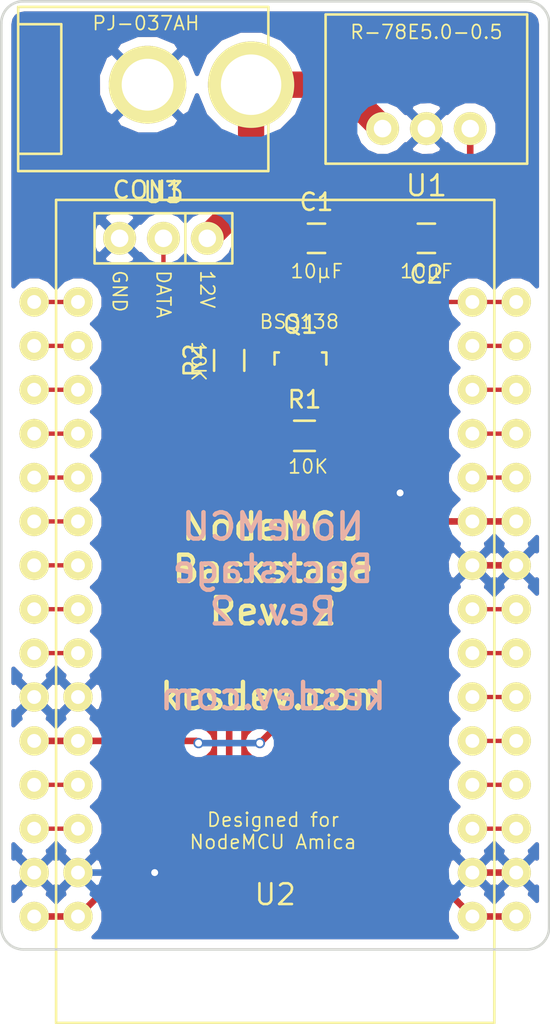
<source format=kicad_pcb>
(kicad_pcb (version 4) (host pcbnew 4.0.1-stable)

  (general
    (links 52)
    (no_connects 0)
    (area 34.976999 28.935 66.877001 90.127501)
    (thickness 1.6)
    (drawings 22)
    (tracks 80)
    (zones 0)
    (modules 9)
    (nets 28)
  )

  (page A4)
  (layers
    (0 F.Cu signal)
    (31 B.Cu signal)
    (32 B.Adhes user)
    (33 F.Adhes user)
    (34 B.Paste user)
    (35 F.Paste user)
    (36 B.SilkS user)
    (37 F.SilkS user)
    (38 B.Mask user)
    (39 F.Mask user)
    (40 Dwgs.User user)
    (41 Cmts.User user)
    (42 Eco1.User user)
    (43 Eco2.User user)
    (44 Edge.Cuts user)
    (45 Margin user)
    (46 B.CrtYd user)
    (47 F.CrtYd user)
    (48 B.Fab user)
    (49 F.Fab user hide)
  )

  (setup
    (last_trace_width 0.25)
    (trace_clearance 0.2)
    (zone_clearance 0.508)
    (zone_45_only no)
    (trace_min 0.2)
    (segment_width 0.2)
    (edge_width 0.15)
    (via_size 0.6)
    (via_drill 0.4)
    (via_min_size 0.4)
    (via_min_drill 0.3)
    (uvia_size 0.3)
    (uvia_drill 0.1)
    (uvias_allowed no)
    (uvia_min_size 0.2)
    (uvia_min_drill 0.1)
    (pcb_text_width 0.3)
    (pcb_text_size 1.5 1.5)
    (mod_edge_width 0.15)
    (mod_text_size 1 1)
    (mod_text_width 0.15)
    (pad_size 1.524 1.524)
    (pad_drill 0.762)
    (pad_to_mask_clearance 0)
    (pad_to_paste_clearance -0.003)
    (aux_axis_origin 0 0)
    (visible_elements FFFCFF7F)
    (pcbplotparams
      (layerselection 0x010f0_80000001)
      (usegerberextensions true)
      (excludeedgelayer true)
      (linewidth 0.100000)
      (plotframeref false)
      (viasonmask false)
      (mode 1)
      (useauxorigin false)
      (hpglpennumber 1)
      (hpglpenspeed 20)
      (hpglpendiameter 15)
      (hpglpenoverlay 2)
      (psnegative false)
      (psa4output false)
      (plotreference false)
      (plotvalue false)
      (plotinvisibletext false)
      (padsonsilk false)
      (subtractmaskfromsilk false)
      (outputformat 1)
      (mirror false)
      (drillshape 0)
      (scaleselection 1)
      (outputdirectory Outputs/))
  )

  (net 0 "")
  (net 1 GND)
  (net 2 +12V)
  (net 3 +3V3)
  (net 4 "Net-(Q1-Pad2)")
  (net 5 D0_5V)
  (net 6 +5V)
  (net 7 "Net-(U2-Pad1)")
  (net 8 "Net-(U2-Pad29)")
  (net 9 "Net-(U2-Pad2)")
  (net 10 "Net-(U2-Pad28)")
  (net 11 "Net-(U2-Pad3)")
  (net 12 "Net-(U2-Pad27)")
  (net 13 "Net-(U2-Pad4)")
  (net 14 "Net-(U2-Pad26)")
  (net 15 "Net-(U2-Pad5)")
  (net 16 "Net-(U2-Pad6)")
  (net 17 "Net-(U2-Pad7)")
  (net 18 "Net-(U2-Pad23)")
  (net 19 "Net-(U2-Pad8)")
  (net 20 "Net-(U2-Pad22)")
  (net 21 "Net-(U2-Pad9)")
  (net 22 "Net-(U2-Pad21)")
  (net 23 "Net-(U2-Pad20)")
  (net 24 "Net-(U2-Pad19)")
  (net 25 "Net-(U2-Pad12)")
  (net 26 "Net-(U2-Pad18)")
  (net 27 "Net-(U2-Pad13)")

  (net_class Default "This is the default net class."
    (clearance 0.2)
    (trace_width 0.25)
    (via_dia 0.6)
    (via_drill 0.4)
    (uvia_dia 0.3)
    (uvia_drill 0.1)
    (add_net D0_5V)
    (add_net "Net-(Q1-Pad2)")
    (add_net "Net-(U2-Pad1)")
    (add_net "Net-(U2-Pad12)")
    (add_net "Net-(U2-Pad13)")
    (add_net "Net-(U2-Pad18)")
    (add_net "Net-(U2-Pad19)")
    (add_net "Net-(U2-Pad2)")
    (add_net "Net-(U2-Pad20)")
    (add_net "Net-(U2-Pad21)")
    (add_net "Net-(U2-Pad22)")
    (add_net "Net-(U2-Pad23)")
    (add_net "Net-(U2-Pad26)")
    (add_net "Net-(U2-Pad27)")
    (add_net "Net-(U2-Pad28)")
    (add_net "Net-(U2-Pad29)")
    (add_net "Net-(U2-Pad3)")
    (add_net "Net-(U2-Pad4)")
    (add_net "Net-(U2-Pad5)")
    (add_net "Net-(U2-Pad6)")
    (add_net "Net-(U2-Pad7)")
    (add_net "Net-(U2-Pad8)")
    (add_net "Net-(U2-Pad9)")
  )

  (net_class Hi-V ""
    (clearance 0.2)
    (trace_width 1.524)
    (via_dia 0.6)
    (via_drill 0.4)
    (uvia_dia 0.3)
    (uvia_drill 0.1)
    (add_net +12V)
  )

  (net_class Power ""
    (clearance 0.2)
    (trace_width 0.381)
    (via_dia 0.6)
    (via_drill 0.4)
    (uvia_dia 0.3)
    (uvia_drill 0.1)
    (add_net +3V3)
    (add_net +5V)
    (add_net GND)
  )

  (module mplewis:NODEMCU_AMICA_WIDE (layer F.Cu) (tedit 568216CA) (tstamp 5682375B)
    (at 50.8 66.04)
    (path /5681EEDE)
    (fp_text reference U2 (at 0.127 16.383 180) (layer F.SilkS)
      (effects (font (size 1.2 1.2) (thickness 0.15)))
    )
    (fp_text value NODEMCU_AMICA (at 0.127 -16.637) (layer F.Fab)
      (effects (font (size 1.2 1.2) (thickness 0.15)))
    )
    (fp_line (start -12.573 23.8125) (end -12.573 -23.8125) (layer F.SilkS) (width 0.15))
    (fp_line (start 12.827 23.8125) (end -12.573 23.8125) (layer F.SilkS) (width 0.15))
    (fp_line (start 12.827 23.8125) (end 12.827 -23.8125) (layer F.SilkS) (width 0.15))
    (fp_line (start 12.827 -23.8125) (end -12.573 -23.8125) (layer F.SilkS) (width 0.15))
    (pad 30 thru_hole circle (at 11.557 -17.907 270) (size 1.7 1.7) (drill 0.8) (layers *.Cu *.Mask F.SilkS)
      (net 4 "Net-(Q1-Pad2)"))
    (pad 1 thru_hole circle (at -11.303 -17.907 270) (size 1.7 1.7) (drill 0.8) (layers *.Cu *.Mask F.SilkS)
      (net 7 "Net-(U2-Pad1)"))
    (pad 29 thru_hole circle (at 11.557 -15.367 270) (size 1.7 1.7) (drill 0.8) (layers *.Cu *.Mask F.SilkS)
      (net 8 "Net-(U2-Pad29)"))
    (pad 2 thru_hole circle (at -11.303 -15.367 270) (size 1.7 1.7) (drill 0.8) (layers *.Cu *.Mask F.SilkS)
      (net 9 "Net-(U2-Pad2)"))
    (pad 28 thru_hole circle (at 11.557 -12.827 270) (size 1.7 1.7) (drill 0.8) (layers *.Cu *.Mask F.SilkS)
      (net 10 "Net-(U2-Pad28)"))
    (pad 3 thru_hole circle (at -11.303 -12.827 270) (size 1.7 1.7) (drill 0.8) (layers *.Cu *.Mask F.SilkS)
      (net 11 "Net-(U2-Pad3)"))
    (pad 27 thru_hole circle (at 11.557 -10.287 270) (size 1.7 1.7) (drill 0.8) (layers *.Cu *.Mask F.SilkS)
      (net 12 "Net-(U2-Pad27)"))
    (pad 4 thru_hole circle (at -11.303 -10.287 270) (size 1.7 1.7) (drill 0.8) (layers *.Cu *.Mask F.SilkS)
      (net 13 "Net-(U2-Pad4)"))
    (pad 26 thru_hole circle (at 11.557 -7.747 270) (size 1.7 1.7) (drill 0.8) (layers *.Cu *.Mask F.SilkS)
      (net 14 "Net-(U2-Pad26)"))
    (pad 5 thru_hole circle (at -11.303 -7.747 270) (size 1.7 1.7) (drill 0.8) (layers *.Cu *.Mask F.SilkS)
      (net 15 "Net-(U2-Pad5)"))
    (pad 25 thru_hole circle (at 11.557 -5.207 270) (size 1.7 1.7) (drill 0.8) (layers *.Cu *.Mask F.SilkS)
      (net 3 +3V3))
    (pad 6 thru_hole circle (at -11.303 -5.207 270) (size 1.7 1.7) (drill 0.8) (layers *.Cu *.Mask F.SilkS)
      (net 16 "Net-(U2-Pad6)"))
    (pad 24 thru_hole circle (at 11.557 -2.667 270) (size 1.7 1.7) (drill 0.8) (layers *.Cu *.Mask F.SilkS)
      (net 1 GND))
    (pad 7 thru_hole circle (at -11.303 -2.667 270) (size 1.7 1.7) (drill 0.8) (layers *.Cu *.Mask F.SilkS)
      (net 17 "Net-(U2-Pad7)"))
    (pad 23 thru_hole circle (at 11.557 -0.127 270) (size 1.7 1.7) (drill 0.8) (layers *.Cu *.Mask F.SilkS)
      (net 18 "Net-(U2-Pad23)"))
    (pad 8 thru_hole circle (at -11.303 -0.127 270) (size 1.7 1.7) (drill 0.8) (layers *.Cu *.Mask F.SilkS)
      (net 19 "Net-(U2-Pad8)"))
    (pad 22 thru_hole circle (at 11.557 2.413 270) (size 1.7 1.7) (drill 0.8) (layers *.Cu *.Mask F.SilkS)
      (net 20 "Net-(U2-Pad22)"))
    (pad 9 thru_hole circle (at -11.303 2.413 270) (size 1.7 1.7) (drill 0.8) (layers *.Cu *.Mask F.SilkS)
      (net 21 "Net-(U2-Pad9)"))
    (pad 21 thru_hole circle (at 11.557 4.953 270) (size 1.7 1.7) (drill 0.8) (layers *.Cu *.Mask F.SilkS)
      (net 22 "Net-(U2-Pad21)"))
    (pad 10 thru_hole circle (at -11.303 4.953 270) (size 1.7 1.7) (drill 0.8) (layers *.Cu *.Mask F.SilkS)
      (net 1 GND))
    (pad 20 thru_hole circle (at 11.557 7.493 270) (size 1.7 1.7) (drill 0.8) (layers *.Cu *.Mask F.SilkS)
      (net 23 "Net-(U2-Pad20)"))
    (pad 11 thru_hole circle (at -11.303 7.493 270) (size 1.7 1.7) (drill 0.8) (layers *.Cu *.Mask F.SilkS)
      (net 3 +3V3))
    (pad 19 thru_hole circle (at 11.557 10.033 270) (size 1.7 1.7) (drill 0.8) (layers *.Cu *.Mask F.SilkS)
      (net 24 "Net-(U2-Pad19)"))
    (pad 12 thru_hole circle (at -11.303 10.033 270) (size 1.7 1.7) (drill 0.8) (layers *.Cu *.Mask F.SilkS)
      (net 25 "Net-(U2-Pad12)"))
    (pad 18 thru_hole circle (at 11.557 12.573 270) (size 1.7 1.7) (drill 0.8) (layers *.Cu *.Mask F.SilkS)
      (net 26 "Net-(U2-Pad18)"))
    (pad 13 thru_hole circle (at -11.303 12.573 270) (size 1.7 1.7) (drill 0.8) (layers *.Cu *.Mask F.SilkS)
      (net 27 "Net-(U2-Pad13)"))
    (pad 17 thru_hole circle (at 11.557 15.113 270) (size 1.7 1.7) (drill 0.8) (layers *.Cu *.Mask F.SilkS)
      (net 1 GND))
    (pad 14 thru_hole circle (at -11.303 15.113 270) (size 1.7 1.7) (drill 0.8) (layers *.Cu *.Mask F.SilkS)
      (net 1 GND))
    (pad 16 thru_hole circle (at 11.557 17.653 270) (size 1.7 1.7) (drill 0.8) (layers *.Cu *.Mask F.SilkS)
      (net 3 +3V3))
    (pad 15 thru_hole circle (at -11.303 17.653 270) (size 1.7 1.7) (drill 0.8) (layers *.Cu *.Mask F.SilkS)
      (net 6 +5V))
    (pad 9 thru_hole circle (at -13.843 2.413 270) (size 1.7 1.7) (drill 0.8) (layers *.Cu *.Mask F.SilkS)
      (net 21 "Net-(U2-Pad9)"))
    (pad 10 thru_hole circle (at -13.843 4.953 270) (size 1.7 1.7) (drill 0.8) (layers *.Cu *.Mask F.SilkS)
      (net 1 GND))
    (pad 13 thru_hole circle (at -13.843 12.573 270) (size 1.7 1.7) (drill 0.8) (layers *.Cu *.Mask F.SilkS)
      (net 27 "Net-(U2-Pad13)"))
    (pad 11 thru_hole circle (at -13.843 7.493 270) (size 1.7 1.7) (drill 0.8) (layers *.Cu *.Mask F.SilkS)
      (net 3 +3V3))
    (pad 12 thru_hole circle (at -13.843 10.033 270) (size 1.7 1.7) (drill 0.8) (layers *.Cu *.Mask F.SilkS)
      (net 25 "Net-(U2-Pad12)"))
    (pad 6 thru_hole circle (at -13.843 -5.207 270) (size 1.7 1.7) (drill 0.8) (layers *.Cu *.Mask F.SilkS)
      (net 16 "Net-(U2-Pad6)"))
    (pad 8 thru_hole circle (at -13.843 -0.127 270) (size 1.7 1.7) (drill 0.8) (layers *.Cu *.Mask F.SilkS)
      (net 19 "Net-(U2-Pad8)"))
    (pad 7 thru_hole circle (at -13.843 -2.667 270) (size 1.7 1.7) (drill 0.8) (layers *.Cu *.Mask F.SilkS)
      (net 17 "Net-(U2-Pad7)"))
    (pad 14 thru_hole circle (at -13.843 15.113 270) (size 1.7 1.7) (drill 0.8) (layers *.Cu *.Mask F.SilkS)
      (net 1 GND))
    (pad 15 thru_hole circle (at -13.843 17.653 270) (size 1.7 1.7) (drill 0.8) (layers *.Cu *.Mask F.SilkS)
      (net 6 +5V))
    (pad 2 thru_hole circle (at -13.843 -15.367 270) (size 1.7 1.7) (drill 0.8) (layers *.Cu *.Mask F.SilkS)
      (net 9 "Net-(U2-Pad2)"))
    (pad 5 thru_hole circle (at -13.843 -7.747 270) (size 1.7 1.7) (drill 0.8) (layers *.Cu *.Mask F.SilkS)
      (net 15 "Net-(U2-Pad5)"))
    (pad 3 thru_hole circle (at -13.843 -12.827 270) (size 1.7 1.7) (drill 0.8) (layers *.Cu *.Mask F.SilkS)
      (net 11 "Net-(U2-Pad3)"))
    (pad 4 thru_hole circle (at -13.843 -10.287 270) (size 1.7 1.7) (drill 0.8) (layers *.Cu *.Mask F.SilkS)
      (net 13 "Net-(U2-Pad4)"))
    (pad 1 thru_hole circle (at -13.843 -17.907 270) (size 1.7 1.7) (drill 0.8) (layers *.Cu *.Mask F.SilkS)
      (net 7 "Net-(U2-Pad1)"))
    (pad 21 thru_hole circle (at 14.097 4.953 270) (size 1.7 1.7) (drill 0.8) (layers *.Cu *.Mask F.SilkS)
      (net 22 "Net-(U2-Pad21)"))
    (pad 22 thru_hole circle (at 14.097 2.413 270) (size 1.7 1.7) (drill 0.8) (layers *.Cu *.Mask F.SilkS)
      (net 20 "Net-(U2-Pad22)"))
    (pad 23 thru_hole circle (at 14.097 -0.127 270) (size 1.7 1.7) (drill 0.8) (layers *.Cu *.Mask F.SilkS)
      (net 18 "Net-(U2-Pad23)"))
    (pad 24 thru_hole circle (at 14.097 -2.667 270) (size 1.7 1.7) (drill 0.8) (layers *.Cu *.Mask F.SilkS)
      (net 1 GND))
    (pad 18 thru_hole circle (at 14.097 12.573 270) (size 1.7 1.7) (drill 0.8) (layers *.Cu *.Mask F.SilkS)
      (net 26 "Net-(U2-Pad18)"))
    (pad 20 thru_hole circle (at 14.097 7.493 270) (size 1.7 1.7) (drill 0.8) (layers *.Cu *.Mask F.SilkS)
      (net 23 "Net-(U2-Pad20)"))
    (pad 17 thru_hole circle (at 14.097 15.113 270) (size 1.7 1.7) (drill 0.8) (layers *.Cu *.Mask F.SilkS)
      (net 1 GND))
    (pad 19 thru_hole circle (at 14.097 10.033 270) (size 1.7 1.7) (drill 0.8) (layers *.Cu *.Mask F.SilkS)
      (net 24 "Net-(U2-Pad19)"))
    (pad 16 thru_hole circle (at 14.097 17.653 270) (size 1.7 1.7) (drill 0.8) (layers *.Cu *.Mask F.SilkS)
      (net 3 +3V3))
    (pad 28 thru_hole circle (at 14.097 -12.827 270) (size 1.7 1.7) (drill 0.8) (layers *.Cu *.Mask F.SilkS)
      (net 10 "Net-(U2-Pad28)"))
    (pad 27 thru_hole circle (at 14.097 -10.287 270) (size 1.7 1.7) (drill 0.8) (layers *.Cu *.Mask F.SilkS)
      (net 12 "Net-(U2-Pad27)"))
    (pad 26 thru_hole circle (at 14.097 -7.747 270) (size 1.7 1.7) (drill 0.8) (layers *.Cu *.Mask F.SilkS)
      (net 14 "Net-(U2-Pad26)"))
    (pad 25 thru_hole circle (at 14.097 -5.207 270) (size 1.7 1.7) (drill 0.8) (layers *.Cu *.Mask F.SilkS)
      (net 3 +3V3))
    (pad 29 thru_hole circle (at 14.097 -15.367 270) (size 1.7 1.7) (drill 0.8) (layers *.Cu *.Mask F.SilkS)
      (net 8 "Net-(U2-Pad29)"))
    (pad 30 thru_hole circle (at 14.097 -17.907 270) (size 1.7 1.7) (drill 0.8) (layers *.Cu *.Mask F.SilkS)
      (net 4 "Net-(Q1-Pad2)"))
  )

  (module SOT-23 (layer F.Cu) (tedit 553634F8) (tstamp 568227C8)
    (at 52.39 51.70424)
    (descr "SOT-23, Standard")
    (tags SOT-23)
    (path /5682179E)
    (attr smd)
    (fp_text reference Q1 (at 0 -2.25) (layer F.SilkS)
      (effects (font (size 1 1) (thickness 0.15)))
    )
    (fp_text value BSS138 (at 0 2.3) (layer F.Fab)
      (effects (font (size 1 1) (thickness 0.15)))
    )
    (fp_line (start -1.65 -1.6) (end 1.65 -1.6) (layer F.CrtYd) (width 0.05))
    (fp_line (start 1.65 -1.6) (end 1.65 1.6) (layer F.CrtYd) (width 0.05))
    (fp_line (start 1.65 1.6) (end -1.65 1.6) (layer F.CrtYd) (width 0.05))
    (fp_line (start -1.65 1.6) (end -1.65 -1.6) (layer F.CrtYd) (width 0.05))
    (fp_line (start 1.29916 -0.65024) (end 1.2509 -0.65024) (layer F.SilkS) (width 0.15))
    (fp_line (start -1.49982 0.0508) (end -1.49982 -0.65024) (layer F.SilkS) (width 0.15))
    (fp_line (start -1.49982 -0.65024) (end -1.2509 -0.65024) (layer F.SilkS) (width 0.15))
    (fp_line (start 1.29916 -0.65024) (end 1.49982 -0.65024) (layer F.SilkS) (width 0.15))
    (fp_line (start 1.49982 -0.65024) (end 1.49982 0.0508) (layer F.SilkS) (width 0.15))
    (pad 1 smd rect (at -0.95 1.00076) (size 0.8001 0.8001) (layers F.Cu F.Paste F.Mask)
      (net 3 +3V3))
    (pad 2 smd rect (at 0.95 1.00076) (size 0.8001 0.8001) (layers F.Cu F.Paste F.Mask)
      (net 4 "Net-(Q1-Pad2)"))
    (pad 3 smd rect (at 0 -0.99822) (size 0.8001 0.8001) (layers F.Cu F.Paste F.Mask)
      (net 5 D0_5V))
    (model TO_SOT_Packages_SMD.3dshapes/SOT-23.wrl
      (at (xyz 0 0 0))
      (scale (xyz 1 1 1))
      (rotate (xyz 0 0 0))
    )
  )

  (module mplewis:R-78E5.0-0.5 (layer F.Cu) (tedit 568207B9) (tstamp 568227EB)
    (at 59.69 40.132)
    (path /56821530)
    (fp_text reference U1 (at 0 1.27) (layer F.SilkS)
      (effects (font (size 1.2 1.2) (thickness 0.15)))
    )
    (fp_text value R-78E5.0-0.5 (at 0 -9.652) (layer F.Fab)
      (effects (font (size 1.2 1.2) (thickness 0.15)))
    )
    (fp_line (start 5.842 0) (end -5.842 0) (layer F.SilkS) (width 0.15))
    (fp_line (start 5.842 -8.636) (end 5.842 0) (layer F.SilkS) (width 0.15))
    (fp_line (start -5.842 -8.636) (end 5.842 -8.636) (layer F.SilkS) (width 0.15))
    (fp_line (start -5.842 0) (end -5.842 -8.636) (layer F.SilkS) (width 0.15))
    (pad 1 thru_hole circle (at -2.54 -2.032) (size 1.905 1.905) (drill 1.016) (layers *.Cu *.Mask F.SilkS)
      (net 2 +12V))
    (pad 2 thru_hole circle (at 0 -2.032) (size 1.905 1.905) (drill 1.016) (layers *.Cu *.Mask F.SilkS)
      (net 1 GND))
    (pad 3 thru_hole circle (at 2.54 -2.032) (size 1.905 1.905) (drill 1.016) (layers *.Cu *.Mask F.SilkS)
      (net 6 +5V))
  )

  (module mplewis:SIP-3 (layer F.Cu) (tedit 0) (tstamp 56822A22)
    (at 44.45 44.45 180)
    (path /568212E1)
    (fp_text reference U3 (at 0 2.6525 180) (layer F.SilkS)
      (effects (font (size 1.2 1.2) (thickness 0.15)))
    )
    (fp_text value HEADER_WS2812 (at 0 -2.6525 180) (layer F.Fab)
      (effects (font (size 1.2 1.2) (thickness 0.15)))
    )
    (fp_line (start -3.9925 -1.4525) (end 3.9925 -1.4525) (layer F.SilkS) (width 0.15))
    (fp_line (start 3.9925 -1.4525) (end 3.9925 1.4525) (layer F.SilkS) (width 0.15))
    (fp_line (start 3.9925 1.4525) (end -3.9925 1.4525) (layer F.SilkS) (width 0.15))
    (fp_line (start -3.9925 1.4525) (end -3.9925 -1.4525) (layer F.SilkS) (width 0.15))
    (fp_line (start -1.27 -1.4525) (end -1.27 1.4525) (layer F.SilkS) (width 0.15))
    (pad 1 thru_hole circle (at -2.54 0 180) (size 1.905 1.905) (drill 1.016) (layers *.Cu *.Mask F.SilkS)
      (net 2 +12V))
    (pad 2 thru_hole circle (at 0 0 180) (size 1.905 1.905) (drill 1.016) (layers *.Cu *.Mask F.SilkS)
      (net 5 D0_5V))
    (pad 3 thru_hole circle (at 2.54 0 180) (size 1.905 1.905) (drill 1.016) (layers *.Cu *.Mask F.SilkS)
      (net 1 GND))
  )

  (module Capacitors_SMD:C_0805_HandSoldering (layer F.Cu) (tedit 541A9B8D) (tstamp 56822DF5)
    (at 53.32 44.45)
    (descr "Capacitor SMD 0805, hand soldering")
    (tags "capacitor 0805")
    (path /568215F3)
    (attr smd)
    (fp_text reference C1 (at 0 -2.1) (layer F.SilkS)
      (effects (font (size 1 1) (thickness 0.15)))
    )
    (fp_text value 10µF (at 0 2.1) (layer F.Fab)
      (effects (font (size 1 1) (thickness 0.15)))
    )
    (fp_line (start -2.3 -1) (end 2.3 -1) (layer F.CrtYd) (width 0.05))
    (fp_line (start -2.3 1) (end 2.3 1) (layer F.CrtYd) (width 0.05))
    (fp_line (start -2.3 -1) (end -2.3 1) (layer F.CrtYd) (width 0.05))
    (fp_line (start 2.3 -1) (end 2.3 1) (layer F.CrtYd) (width 0.05))
    (fp_line (start 0.5 -0.85) (end -0.5 -0.85) (layer F.SilkS) (width 0.15))
    (fp_line (start -0.5 0.85) (end 0.5 0.85) (layer F.SilkS) (width 0.15))
    (pad 1 smd rect (at -1.25 0) (size 1.5 1.25) (layers F.Cu F.Paste F.Mask)
      (net 2 +12V))
    (pad 2 smd rect (at 1.25 0) (size 1.5 1.25) (layers F.Cu F.Paste F.Mask)
      (net 1 GND))
    (model Capacitors_SMD.3dshapes/C_0805_HandSoldering.wrl
      (at (xyz 0 0 0))
      (scale (xyz 1 1 1))
      (rotate (xyz 0 0 0))
    )
  )

  (module Capacitors_SMD:C_0805_HandSoldering (layer F.Cu) (tedit 541A9B8D) (tstamp 56822DFB)
    (at 59.69 44.45 180)
    (descr "Capacitor SMD 0805, hand soldering")
    (tags "capacitor 0805")
    (path /56821646)
    (attr smd)
    (fp_text reference C2 (at 0 -2.1 180) (layer F.SilkS)
      (effects (font (size 1 1) (thickness 0.15)))
    )
    (fp_text value 10µF (at 0 2.1 180) (layer F.Fab)
      (effects (font (size 1 1) (thickness 0.15)))
    )
    (fp_line (start -2.3 -1) (end 2.3 -1) (layer F.CrtYd) (width 0.05))
    (fp_line (start -2.3 1) (end 2.3 1) (layer F.CrtYd) (width 0.05))
    (fp_line (start -2.3 -1) (end -2.3 1) (layer F.CrtYd) (width 0.05))
    (fp_line (start 2.3 -1) (end 2.3 1) (layer F.CrtYd) (width 0.05))
    (fp_line (start 0.5 -0.85) (end -0.5 -0.85) (layer F.SilkS) (width 0.15))
    (fp_line (start -0.5 0.85) (end 0.5 0.85) (layer F.SilkS) (width 0.15))
    (pad 1 smd rect (at -1.25 0 180) (size 1.5 1.25) (layers F.Cu F.Paste F.Mask)
      (net 6 +5V))
    (pad 2 smd rect (at 1.25 0 180) (size 1.5 1.25) (layers F.Cu F.Paste F.Mask)
      (net 1 GND))
    (model Capacitors_SMD.3dshapes/C_0805_HandSoldering.wrl
      (at (xyz 0 0 0))
      (scale (xyz 1 1 1))
      (rotate (xyz 0 0 0))
    )
  )

  (module Resistors_SMD:R_0805_HandSoldering (layer F.Cu) (tedit 54189DEE) (tstamp 56822E28)
    (at 52.625 55.88)
    (descr "Resistor SMD 0805, hand soldering")
    (tags "resistor 0805")
    (path /56821D8A)
    (attr smd)
    (fp_text reference R1 (at 0 -2.1) (layer F.SilkS)
      (effects (font (size 1 1) (thickness 0.15)))
    )
    (fp_text value 10K (at 0 2.1) (layer F.Fab)
      (effects (font (size 1 1) (thickness 0.15)))
    )
    (fp_line (start -2.4 -1) (end 2.4 -1) (layer F.CrtYd) (width 0.05))
    (fp_line (start -2.4 1) (end 2.4 1) (layer F.CrtYd) (width 0.05))
    (fp_line (start -2.4 -1) (end -2.4 1) (layer F.CrtYd) (width 0.05))
    (fp_line (start 2.4 -1) (end 2.4 1) (layer F.CrtYd) (width 0.05))
    (fp_line (start 0.6 0.875) (end -0.6 0.875) (layer F.SilkS) (width 0.15))
    (fp_line (start -0.6 -0.875) (end 0.6 -0.875) (layer F.SilkS) (width 0.15))
    (pad 1 smd rect (at -1.35 0) (size 1.5 1.3) (layers F.Cu F.Paste F.Mask)
      (net 3 +3V3))
    (pad 2 smd rect (at 1.35 0) (size 1.5 1.3) (layers F.Cu F.Paste F.Mask)
      (net 4 "Net-(Q1-Pad2)"))
    (model Resistors_SMD.3dshapes/R_0805_HandSoldering.wrl
      (at (xyz 0 0 0))
      (scale (xyz 1 1 1))
      (rotate (xyz 0 0 0))
    )
  )

  (module Resistors_SMD:R_0805_HandSoldering (layer F.Cu) (tedit 54189DEE) (tstamp 56822E33)
    (at 48.26 51.515 90)
    (descr "Resistor SMD 0805, hand soldering")
    (tags "resistor 0805")
    (path /56821E22)
    (attr smd)
    (fp_text reference R2 (at 0 -2.1 90) (layer F.SilkS)
      (effects (font (size 1 1) (thickness 0.15)))
    )
    (fp_text value 10K (at 0 2.1 90) (layer F.Fab)
      (effects (font (size 1 1) (thickness 0.15)))
    )
    (fp_line (start -2.4 -1) (end 2.4 -1) (layer F.CrtYd) (width 0.05))
    (fp_line (start -2.4 1) (end 2.4 1) (layer F.CrtYd) (width 0.05))
    (fp_line (start -2.4 -1) (end -2.4 1) (layer F.CrtYd) (width 0.05))
    (fp_line (start 2.4 -1) (end 2.4 1) (layer F.CrtYd) (width 0.05))
    (fp_line (start 0.6 0.875) (end -0.6 0.875) (layer F.SilkS) (width 0.15))
    (fp_line (start -0.6 -0.875) (end 0.6 -0.875) (layer F.SilkS) (width 0.15))
    (pad 1 smd rect (at -1.35 0 90) (size 1.5 1.3) (layers F.Cu F.Paste F.Mask)
      (net 6 +5V))
    (pad 2 smd rect (at 1.35 0 90) (size 1.5 1.3) (layers F.Cu F.Paste F.Mask)
      (net 5 D0_5V))
    (model Resistors_SMD.3dshapes/R_0805_HandSoldering.wrl
      (at (xyz 0 0 0))
      (scale (xyz 1 1 1))
      (rotate (xyz 0 0 0))
    )
  )

  (module mplewis:PJ-037A-VIAS (layer F.Cu) (tedit 5682EEF8) (tstamp 5682F7F5)
    (at 43.53 35.56)
    (path /5681EF84)
    (fp_text reference CON1 (at 0 6.096) (layer F.SilkS)
      (effects (font (size 1 1) (thickness 0.15)))
    )
    (fp_text value BARREL_JACK_NO_SW (at 0 -5.5) (layer F.Fab)
      (effects (font (size 1 1) (thickness 0.15)))
    )
    (fp_line (start -7.5 -3.5) (end -5 -3.5) (layer F.SilkS) (width 0.15))
    (fp_line (start -5 -3.5) (end -5 4) (layer F.SilkS) (width 0.15))
    (fp_line (start -5 4) (end -7.5 4) (layer F.SilkS) (width 0.15))
    (fp_line (start -7.5 5) (end -7.5 -4.5) (layer F.SilkS) (width 0.15))
    (fp_line (start 7 5) (end -7.5 5) (layer F.SilkS) (width 0.15))
    (fp_line (start 7 -4.5) (end 7 5) (layer F.SilkS) (width 0.15))
    (fp_line (start -7.5 -4.5) (end 7 -4.5) (layer F.SilkS) (width 0.15))
    (pad 2 thru_hole circle (at 0 0) (size 4.5 4.5) (drill 3) (layers *.Cu *.Mask F.SilkS)
      (net 1 GND))
    (pad 1 thru_hole circle (at 6 0) (size 5 5) (drill 3.5) (layers *.Cu *.Mask F.SilkS)
      (net 2 +12V))
  )

  (gr_text R-78E5.0-0.5 (at 59.69 32.512) (layer F.SilkS) (tstamp 5682F8BE)
    (effects (font (size 0.8 0.8) (thickness 0.1)))
  )
  (gr_text PJ-037AH (at 43.434 32.004) (layer F.SilkS) (tstamp 5682F89B)
    (effects (font (size 0.8 0.8) (thickness 0.1)))
  )
  (gr_text "Designed for\nNodeMCU Amica" (at 50.8 78.74) (layer F.SilkS) (tstamp 5682F894)
    (effects (font (size 0.8 0.8) (thickness 0.1)))
  )
  (gr_text GND (at 41.91 46.228 270) (layer F.SilkS) (tstamp 5682F88C)
    (effects (font (size 0.8 0.8) (thickness 0.1)) (justify left))
  )
  (gr_text DATA (at 44.45 46.228 270) (layer F.SilkS) (tstamp 5682F887)
    (effects (font (size 0.8 0.8) (thickness 0.1)) (justify left))
  )
  (gr_text 12V (at 46.99 46.228 270) (layer F.SilkS) (tstamp 5682F87C)
    (effects (font (size 0.8 0.8) (thickness 0.1)) (justify left))
  )
  (gr_text 10K (at 52.832 57.658 360) (layer F.SilkS) (tstamp 5682F874)
    (effects (font (size 0.8 0.8) (thickness 0.1)))
  )
  (gr_text 10K (at 46.482 51.562 270) (layer F.SilkS) (tstamp 5682F871)
    (effects (font (size 0.8 0.8) (thickness 0.1)))
  )
  (gr_text BSS138 (at 52.324 49.276) (layer F.SilkS) (tstamp 5682F86C)
    (effects (font (size 0.8 0.8) (thickness 0.1)))
  )
  (gr_text 10µF (at 59.69 46.355) (layer F.SilkS) (tstamp 5682F81B)
    (effects (font (size 0.8 0.8) (thickness 0.1)))
  )
  (gr_text 10µF (at 53.34 46.355) (layer F.SilkS)
    (effects (font (size 0.8 0.8) (thickness 0.1)))
  )
  (gr_text "NodeMCU\nBackstage\nRev. 2\n\nkesdev.com" (at 50.8 66.04) (layer B.SilkS) (tstamp 5682F804)
    (effects (font (thickness 0.254)) (justify mirror))
  )
  (gr_line (start 65.532 30.734) (end 36.322 30.734) (layer Edge.Cuts) (width 0.15))
  (gr_line (start 66.802 84.328) (end 66.802 32.004) (layer Edge.Cuts) (width 0.15))
  (gr_line (start 36.322 85.598) (end 65.532 85.598) (layer Edge.Cuts) (width 0.15))
  (gr_line (start 35.052 32.004) (end 35.052 84.328) (layer Edge.Cuts) (width 0.15))
  (gr_arc (start 36.322 84.328) (end 36.322 85.598) (angle 90) (layer Edge.Cuts) (width 0.15))
  (gr_arc (start 65.532 84.328) (end 66.802 84.328) (angle 90) (layer Edge.Cuts) (width 0.15))
  (gr_arc (start 36.322 32.004) (end 35.052 32.004) (angle 90) (layer Edge.Cuts) (width 0.15))
  (gr_arc (start 65.532 32.004) (end 65.532 30.734) (angle 90) (layer Edge.Cuts) (width 0.15))
  (gr_text 20151229 (at 50.8 82.55) (layer F.Cu)
    (effects (font (size 1.5 1.5) (thickness 0.3)))
  )
  (gr_text "NodeMCU\nBackstage\nRev. 2\n\nkesdev.com" (at 50.8 66.04) (layer F.SilkS)
    (effects (font (thickness 0.254)))
  )

  (segment (start 39.497 81.153) (end 43.942 81.153) (width 0.381) (layer B.Cu) (net 1))
  (via (at 43.942 81.153) (size 0.6) (drill 0.4) (layers F.Cu B.Cu) (net 1))
  (segment (start 62.357 63.373) (end 58.166 59.182) (width 0.381) (layer B.Cu) (net 1))
  (via (at 58.166 59.182) (size 0.6) (drill 0.4) (layers F.Cu B.Cu) (net 1))
  (segment (start 62.357 81.153) (end 64.897 81.153) (width 0.381) (layer F.Cu) (net 1))
  (segment (start 62.357 63.373) (end 64.897 63.373) (width 0.381) (layer F.Cu) (net 1))
  (segment (start 49.53 35.56) (end 54.61 35.56) (width 1.524) (layer F.Cu) (net 2))
  (segment (start 54.61 35.56) (end 57.15 38.1) (width 1.524) (layer F.Cu) (net 2))
  (segment (start 49.53 41.91) (end 52.07 44.45) (width 1.524) (layer F.Cu) (net 2))
  (segment (start 49.53 35.56) (end 49.53 41.91) (width 1.524) (layer F.Cu) (net 2))
  (segment (start 49.53 41.91) (end 46.99 44.45) (width 1.524) (layer F.Cu) (net 2))
  (segment (start 51.275 72.611) (end 51.275 72.39) (width 0.381) (layer F.Cu) (net 3))
  (segment (start 51.275 72.39) (end 51.275 55.88) (width 0.381) (layer F.Cu) (net 3))
  (segment (start 50.038 73.66) (end 51.275 72.423) (width 0.381) (layer F.Cu) (net 3))
  (segment (start 51.275 72.423) (end 51.275 72.39) (width 0.381) (layer F.Cu) (net 3))
  (segment (start 46.482 73.66) (end 50.038 73.66) (width 0.381) (layer B.Cu) (net 3))
  (via (at 50.038 73.66) (size 0.6) (drill 0.4) (layers F.Cu B.Cu) (net 3))
  (segment (start 39.497 73.533) (end 46.355 73.533) (width 0.381) (layer F.Cu) (net 3))
  (segment (start 46.355 73.533) (end 46.482 73.66) (width 0.381) (layer F.Cu) (net 3))
  (via (at 46.482 73.66) (size 0.6) (drill 0.4) (layers F.Cu B.Cu) (net 3))
  (segment (start 51.275 55.88) (end 51.375 55.88) (width 0.381) (layer F.Cu) (net 3))
  (segment (start 51.375 55.88) (end 56.328 60.833) (width 0.381) (layer F.Cu) (net 3))
  (segment (start 56.328 60.833) (end 61.154919 60.833) (width 0.381) (layer F.Cu) (net 3))
  (segment (start 61.154919 60.833) (end 62.357 60.833) (width 0.381) (layer F.Cu) (net 3))
  (segment (start 62.357 83.693) (end 51.275 72.611) (width 0.381) (layer F.Cu) (net 3))
  (segment (start 64.897 83.693) (end 62.357 83.693) (width 0.381) (layer F.Cu) (net 3))
  (segment (start 39.497 73.533) (end 36.957 73.533) (width 0.381) (layer F.Cu) (net 3))
  (segment (start 64.897 60.833) (end 62.357 60.833) (width 0.381) (layer F.Cu) (net 3))
  (segment (start 51.44 52.705) (end 51.44 55.715) (width 0.381) (layer F.Cu) (net 3))
  (segment (start 51.44 55.715) (end 51.275 55.88) (width 0.381) (layer F.Cu) (net 3))
  (segment (start 62.357 48.133) (end 64.897 48.133) (width 0.25) (layer F.Cu) (net 4))
  (segment (start 53.34 52.705) (end 53.34 52.05495) (width 0.25) (layer F.Cu) (net 4))
  (segment (start 53.34 52.05495) (end 57.26195 48.133) (width 0.25) (layer F.Cu) (net 4))
  (segment (start 57.26195 48.133) (end 61.154919 48.133) (width 0.25) (layer F.Cu) (net 4))
  (segment (start 61.154919 48.133) (end 62.357 48.133) (width 0.25) (layer F.Cu) (net 4))
  (segment (start 53.975 55.88) (end 53.975 53.34) (width 0.25) (layer F.Cu) (net 4))
  (segment (start 53.975 53.34) (end 53.34 52.705) (width 0.25) (layer F.Cu) (net 4))
  (segment (start 44.45 44.45) (end 44.45 47.255) (width 0.25) (layer F.Cu) (net 5))
  (segment (start 44.45 47.255) (end 47.36 50.165) (width 0.25) (layer F.Cu) (net 5))
  (segment (start 47.36 50.165) (end 48.26 50.165) (width 0.25) (layer F.Cu) (net 5))
  (segment (start 48.26 50.165) (end 51.84898 50.165) (width 0.25) (layer F.Cu) (net 5))
  (segment (start 51.84898 50.165) (end 52.39 50.70602) (width 0.25) (layer F.Cu) (net 5))
  (segment (start 48.26 52.865) (end 48.26 74.93) (width 0.381) (layer F.Cu) (net 6))
  (segment (start 48.26 74.93) (end 39.497 83.693) (width 0.381) (layer F.Cu) (net 6))
  (segment (start 60.94 44.45) (end 60.815 44.45) (width 0.381) (layer F.Cu) (net 6))
  (segment (start 60.815 44.45) (end 57.64751 47.61749) (width 0.381) (layer F.Cu) (net 6))
  (segment (start 57.64751 47.61749) (end 56.981532 47.61749) (width 0.381) (layer F.Cu) (net 6))
  (segment (start 56.981532 47.61749) (end 52.684573 51.914449) (width 0.381) (layer F.Cu) (net 6))
  (segment (start 52.684573 51.914449) (end 50.241551 51.914449) (width 0.381) (layer F.Cu) (net 6))
  (segment (start 50.241551 51.914449) (end 49.291 52.865) (width 0.381) (layer F.Cu) (net 6))
  (segment (start 49.291 52.865) (end 48.26 52.865) (width 0.381) (layer F.Cu) (net 6))
  (segment (start 48.26 52.765) (end 48.26 52.865) (width 0.381) (layer F.Cu) (net 6))
  (segment (start 39.497 83.693) (end 36.957 83.693) (width 0.381) (layer F.Cu) (net 6))
  (segment (start 39.518 83.693) (end 39.497 83.693) (width 0.381) (layer F.Cu) (net 6))
  (segment (start 62.23 38.1) (end 62.23 43.285) (width 0.381) (layer F.Cu) (net 6))
  (segment (start 62.23 43.285) (end 61.065 44.45) (width 0.381) (layer F.Cu) (net 6))
  (segment (start 61.065 44.45) (end 60.94 44.45) (width 0.381) (layer F.Cu) (net 6))
  (segment (start 39.497 48.133) (end 36.957 48.133) (width 0.25) (layer F.Cu) (net 7))
  (segment (start 64.897 50.673) (end 62.357 50.673) (width 0.25) (layer F.Cu) (net 8))
  (segment (start 39.497 50.673) (end 36.957 50.673) (width 0.25) (layer F.Cu) (net 9))
  (segment (start 62.357 53.213) (end 64.897 53.213) (width 0.25) (layer F.Cu) (net 10))
  (segment (start 36.957 53.213) (end 39.497 53.213) (width 0.25) (layer F.Cu) (net 11))
  (segment (start 64.897 55.753) (end 62.357 55.753) (width 0.25) (layer F.Cu) (net 12))
  (segment (start 39.497 55.753) (end 36.957 55.753) (width 0.25) (layer F.Cu) (net 13))
  (segment (start 62.357 58.293) (end 64.897 58.293) (width 0.25) (layer F.Cu) (net 14))
  (segment (start 36.957 58.293) (end 39.497 58.293) (width 0.25) (layer F.Cu) (net 15))
  (segment (start 39.497 60.833) (end 38.294919 60.833) (width 0.25) (layer F.Cu) (net 16))
  (segment (start 38.294919 60.833) (end 36.957 60.833) (width 0.25) (layer F.Cu) (net 16))
  (segment (start 36.957 63.373) (end 39.497 63.373) (width 0.25) (layer F.Cu) (net 17))
  (segment (start 64.897 65.913) (end 62.357 65.913) (width 0.25) (layer F.Cu) (net 18))
  (segment (start 39.497 65.913) (end 36.957 65.913) (width 0.25) (layer F.Cu) (net 19))
  (segment (start 62.357 68.453) (end 64.897 68.453) (width 0.25) (layer F.Cu) (net 20))
  (segment (start 36.957 68.453) (end 39.497 68.453) (width 0.25) (layer F.Cu) (net 21))
  (segment (start 64.897 70.993) (end 62.357 70.993) (width 0.25) (layer F.Cu) (net 22))
  (segment (start 62.357 73.533) (end 64.897 73.533) (width 0.25) (layer F.Cu) (net 23))
  (segment (start 64.897 76.073) (end 62.357 76.073) (width 0.25) (layer F.Cu) (net 24))
  (segment (start 36.957 76.073) (end 39.497 76.073) (width 0.25) (layer F.Cu) (net 25))
  (segment (start 62.357 78.613) (end 64.096002 78.613) (width 0.25) (layer F.Cu) (net 26))
  (segment (start 64.096002 78.613) (end 64.897 78.613) (width 0.25) (layer F.Cu) (net 26))
  (segment (start 36.957 78.613) (end 39.497 78.613) (width 0.25) (layer F.Cu) (net 27))

  (zone (net 1) (net_name GND) (layer F.Cu) (tstamp 0) (hatch edge 0.508)
    (connect_pads (clearance 0.508))
    (min_thickness 0.254)
    (fill yes (arc_segments 16) (thermal_gap 0.508) (thermal_bridge_width 0.508))
    (polygon
      (pts
        (xy 35.052 30.734) (xy 66.802 30.734) (xy 66.802 85.598) (xy 35.052 85.598)
      )
    )
    (filled_polygon
      (pts
        (xy 50.39251 53.10505) (xy 50.436788 53.340367) (xy 50.57586 53.556491) (xy 50.6145 53.582893) (xy 50.6145 54.58256)
        (xy 50.525 54.58256) (xy 50.289683 54.626838) (xy 50.073559 54.76591) (xy 49.928569 54.97811) (xy 49.87756 55.23)
        (xy 49.87756 56.53) (xy 49.921838 56.765317) (xy 50.06091 56.981441) (xy 50.27311 57.126431) (xy 50.4495 57.162151)
        (xy 50.4495 72.081066) (xy 49.77256 72.758006) (xy 49.509057 72.866883) (xy 49.245808 73.129673) (xy 49.103162 73.473201)
        (xy 49.102838 73.845167) (xy 49.244883 74.188943) (xy 49.507673 74.452192) (xy 49.851201 74.594838) (xy 50.223167 74.595162)
        (xy 50.566943 74.453117) (xy 50.830192 74.190327) (xy 50.940318 73.925116) (xy 51.181 73.684434) (xy 60.87831 83.381743)
        (xy 60.872258 83.396319) (xy 60.871743 83.987089) (xy 61.097344 84.533086) (xy 61.451639 84.888) (xy 40.401855 84.888)
        (xy 40.755188 84.535283) (xy 40.981742 83.989681) (xy 40.982257 83.398911) (xy 40.975318 83.382116) (xy 43.942433 80.415)
        (xy 44.300716 80.415) (xy 44.300716 84.385) (xy 57.299284 84.385) (xy 57.299284 80.415) (xy 44.300716 80.415)
        (xy 43.942433 80.415) (xy 48.843714 75.513719) (xy 48.843717 75.513717) (xy 49.022663 75.245905) (xy 49.0855 74.93)
        (xy 49.0855 54.229417) (xy 49.145317 54.218162) (xy 49.361441 54.07909) (xy 49.506431 53.86689) (xy 49.552692 53.638447)
        (xy 49.606906 53.627663) (xy 49.874717 53.448717) (xy 50.39251 52.930924)
      )
    )
    (filled_polygon
      (pts
        (xy 55.744281 61.416714) (xy 55.744283 61.416717) (xy 55.921528 61.535148) (xy 56.012095 61.595663) (xy 56.328 61.658501)
        (xy 56.328005 61.6585) (xy 61.091317 61.6585) (xy 61.097344 61.673086) (xy 61.514717 62.091188) (xy 61.562312 62.110951)
        (xy 61.492647 62.329042) (xy 62.357 63.193395) (xy 63.221353 62.329042) (xy 63.151819 62.11136) (xy 63.197086 62.092656)
        (xy 63.615188 61.675283) (xy 63.622157 61.6585) (xy 63.631317 61.6585) (xy 63.637344 61.673086) (xy 64.054717 62.091188)
        (xy 64.102312 62.110951) (xy 64.032647 62.329042) (xy 64.897 63.193395) (xy 65.761353 62.329042) (xy 65.691819 62.11136)
        (xy 65.737086 62.092656) (xy 66.092 61.738361) (xy 66.092 62.556894) (xy 65.940958 62.508647) (xy 65.076605 63.373)
        (xy 65.940958 64.237353) (xy 66.092 64.189106) (xy 66.092 65.008145) (xy 65.739283 64.654812) (xy 65.691688 64.635049)
        (xy 65.761353 64.416958) (xy 64.897 63.552605) (xy 64.032647 64.416958) (xy 64.102181 64.63464) (xy 64.056914 64.653344)
        (xy 63.638812 65.070717) (xy 63.627252 65.098557) (xy 63.616656 65.072914) (xy 63.199283 64.654812) (xy 63.151688 64.635049)
        (xy 63.221353 64.416958) (xy 62.357 63.552605) (xy 61.492647 64.416958) (xy 61.562181 64.63464) (xy 61.516914 64.653344)
        (xy 61.098812 65.070717) (xy 60.872258 65.616319) (xy 60.871743 66.207089) (xy 61.097344 66.753086) (xy 61.514717 67.171188)
        (xy 61.542557 67.182748) (xy 61.516914 67.193344) (xy 61.098812 67.610717) (xy 60.872258 68.156319) (xy 60.871743 68.747089)
        (xy 61.097344 69.293086) (xy 61.514717 69.711188) (xy 61.542557 69.722748) (xy 61.516914 69.733344) (xy 61.098812 70.150717)
        (xy 60.872258 70.696319) (xy 60.871743 71.287089) (xy 61.097344 71.833086) (xy 61.514717 72.251188) (xy 61.542557 72.262748)
        (xy 61.516914 72.273344) (xy 61.098812 72.690717) (xy 60.872258 73.236319) (xy 60.871743 73.827089) (xy 61.097344 74.373086)
        (xy 61.514717 74.791188) (xy 61.542557 74.802748) (xy 61.516914 74.813344) (xy 61.098812 75.230717) (xy 60.872258 75.776319)
        (xy 60.871743 76.367089) (xy 61.097344 76.913086) (xy 61.514717 77.331188) (xy 61.542557 77.342748) (xy 61.516914 77.353344)
        (xy 61.098812 77.770717) (xy 60.872258 78.316319) (xy 60.871743 78.907089) (xy 61.097344 79.453086) (xy 61.514717 79.871188)
        (xy 61.562312 79.890951) (xy 61.492647 80.109042) (xy 62.357 80.973395) (xy 63.221353 80.109042) (xy 63.151819 79.89136)
        (xy 63.197086 79.872656) (xy 63.615188 79.455283) (xy 63.626748 79.427443) (xy 63.637344 79.453086) (xy 64.054717 79.871188)
        (xy 64.102312 79.890951) (xy 64.032647 80.109042) (xy 64.897 80.973395) (xy 65.761353 80.109042) (xy 65.691819 79.89136)
        (xy 65.737086 79.872656) (xy 66.092 79.518361) (xy 66.092 80.336894) (xy 65.940958 80.288647) (xy 65.076605 81.153)
        (xy 65.940958 82.017353) (xy 66.092 81.969106) (xy 66.092 82.788145) (xy 65.739283 82.434812) (xy 65.691688 82.415049)
        (xy 65.761353 82.196958) (xy 64.897 81.332605) (xy 64.032647 82.196958) (xy 64.102181 82.41464) (xy 64.056914 82.433344)
        (xy 63.638812 82.850717) (xy 63.631843 82.8675) (xy 63.622683 82.8675) (xy 63.616656 82.852914) (xy 63.199283 82.434812)
        (xy 63.151688 82.415049) (xy 63.221353 82.196958) (xy 62.357 81.332605) (xy 62.342858 81.346748) (xy 62.163253 81.167143)
        (xy 62.177395 81.153) (xy 62.536605 81.153) (xy 63.400958 82.017353) (xy 63.627 81.945148) (xy 63.853042 82.017353)
        (xy 64.717395 81.153) (xy 63.853042 80.288647) (xy 63.627 80.360852) (xy 63.400958 80.288647) (xy 62.536605 81.153)
        (xy 62.177395 81.153) (xy 61.313042 80.288647) (xy 61.061741 80.36892) (xy 60.860282 80.924279) (xy 60.865179 81.033746)
        (xy 52.1005 72.269066) (xy 52.1005 63.144279) (xy 60.860282 63.144279) (xy 60.886685 63.734458) (xy 61.061741 64.15708)
        (xy 61.313042 64.237353) (xy 62.177395 63.373) (xy 62.536605 63.373) (xy 63.400958 64.237353) (xy 63.627 64.165148)
        (xy 63.853042 64.237353) (xy 64.717395 63.373) (xy 63.853042 62.508647) (xy 63.627 62.580852) (xy 63.400958 62.508647)
        (xy 62.536605 63.373) (xy 62.177395 63.373) (xy 61.313042 62.508647) (xy 61.061741 62.58892) (xy 60.860282 63.144279)
        (xy 52.1005 63.144279) (xy 52.1005 57.772934)
      )
    )
    (filled_polygon
      (pts
        (xy 65.740979 31.499478) (xy 65.918145 31.617856) (xy 66.036521 31.795019) (xy 66.092 32.073931) (xy 66.092 47.228145)
        (xy 65.739283 46.874812) (xy 65.193681 46.648258) (xy 64.602911 46.647743) (xy 64.056914 46.873344) (xy 63.638812 47.290717)
        (xy 63.627252 47.318557) (xy 63.616656 47.292914) (xy 63.199283 46.874812) (xy 62.653681 46.648258) (xy 62.062911 46.647743)
        (xy 61.516914 46.873344) (xy 61.098812 47.290717) (xy 61.064645 47.373) (xy 59.059434 47.373) (xy 60.709993 45.72244)
        (xy 61.69 45.72244) (xy 61.925317 45.678162) (xy 62.141441 45.53909) (xy 62.286431 45.32689) (xy 62.33744 45.075)
        (xy 62.33744 44.344994) (xy 62.813717 43.868717) (xy 62.992663 43.600905) (xy 63.055501 43.285) (xy 63.0555 43.284995)
        (xy 63.0555 39.476588) (xy 63.128072 39.446602) (xy 63.575032 39.000421) (xy 63.817224 38.417159) (xy 63.817775 37.785612)
        (xy 63.576602 37.201928) (xy 63.130421 36.754968) (xy 62.547159 36.512776) (xy 61.915612 36.512225) (xy 61.331928 36.753398)
        (xy 60.893032 37.191529) (xy 60.808159 37.161446) (xy 59.869605 38.1) (xy 60.808159 39.038554) (xy 60.893583 39.008275)
        (xy 61.329579 39.445032) (xy 61.4045 39.476142) (xy 61.4045 42.943066) (xy 61.170006 43.17756) (xy 60.19 43.17756)
        (xy 59.954683 43.221838) (xy 59.738559 43.36091) (xy 59.692031 43.429006) (xy 59.549698 43.286673) (xy 59.316309 43.19)
        (xy 58.72575 43.19) (xy 58.567 43.34875) (xy 58.567 44.323) (xy 58.587 44.323) (xy 58.587 44.577)
        (xy 58.567 44.577) (xy 58.567 44.597) (xy 58.313 44.597) (xy 58.313 44.577) (xy 57.21375 44.577)
        (xy 57.055 44.73575) (xy 57.055 45.20131) (xy 57.151673 45.434699) (xy 57.330302 45.613327) (xy 57.563691 45.71)
        (xy 58.15425 45.71) (xy 58.312998 45.551252) (xy 58.312998 45.71) (xy 58.387566 45.71) (xy 57.305576 46.79199)
        (xy 56.981537 46.79199) (xy 56.981532 46.791989) (xy 56.665627 46.854827) (xy 56.397815 47.033773) (xy 56.397813 47.033776)
        (xy 53.380575 50.051014) (xy 53.25414 49.854529) (xy 53.04194 49.709539) (xy 52.79005 49.65853) (xy 52.417312 49.65853)
        (xy 52.386381 49.627599) (xy 52.139819 49.462852) (xy 51.84898 49.405) (xy 49.555558 49.405) (xy 49.513162 49.179683)
        (xy 49.37409 48.963559) (xy 49.16189 48.818569) (xy 48.91 48.76756) (xy 47.61 48.76756) (xy 47.374683 48.811838)
        (xy 47.196377 48.926575) (xy 45.21 46.940198) (xy 45.21 45.853652) (xy 45.348072 45.796602) (xy 45.720257 45.425065)
        (xy 46.089579 45.795032) (xy 46.672841 46.037224) (xy 47.304388 46.037775) (xy 47.888072 45.796602) (xy 48.335032 45.350421)
        (xy 48.526613 44.889043) (xy 49.53 43.885656) (xy 50.67256 45.028216) (xy 50.67256 45.075) (xy 50.716838 45.310317)
        (xy 50.85591 45.526441) (xy 51.06811 45.671431) (xy 51.32 45.72244) (xy 51.508123 45.72244) (xy 51.535391 45.74066)
        (xy 52.07 45.846999) (xy 52.604608 45.74066) (xy 52.631876 45.72244) (xy 52.82 45.72244) (xy 53.055317 45.678162)
        (xy 53.271441 45.53909) (xy 53.317969 45.470994) (xy 53.460302 45.613327) (xy 53.693691 45.71) (xy 54.28425 45.71)
        (xy 54.443 45.55125) (xy 54.443 44.577) (xy 54.697 44.577) (xy 54.697 45.55125) (xy 54.85575 45.71)
        (xy 55.446309 45.71) (xy 55.679698 45.613327) (xy 55.858327 45.434699) (xy 55.955 45.20131) (xy 55.955 44.73575)
        (xy 55.79625 44.577) (xy 54.697 44.577) (xy 54.443 44.577) (xy 54.423 44.577) (xy 54.423 44.323)
        (xy 54.443 44.323) (xy 54.443 43.34875) (xy 54.697 43.34875) (xy 54.697 44.323) (xy 55.79625 44.323)
        (xy 55.955 44.16425) (xy 55.955 43.69869) (xy 57.055 43.69869) (xy 57.055 44.16425) (xy 57.21375 44.323)
        (xy 58.313 44.323) (xy 58.313 43.34875) (xy 58.15425 43.19) (xy 57.563691 43.19) (xy 57.330302 43.286673)
        (xy 57.151673 43.465301) (xy 57.055 43.69869) (xy 55.955 43.69869) (xy 55.858327 43.465301) (xy 55.679698 43.286673)
        (xy 55.446309 43.19) (xy 54.85575 43.19) (xy 54.697 43.34875) (xy 54.443 43.34875) (xy 54.28425 43.19)
        (xy 53.693691 43.19) (xy 53.460302 43.286673) (xy 53.319064 43.42791) (xy 53.28409 43.373559) (xy 53.07189 43.228569)
        (xy 52.82 43.17756) (xy 52.773216 43.17756) (xy 50.927 41.331344) (xy 50.927 38.374846) (xy 51.303515 38.219273)
        (xy 52.186174 37.338153) (xy 52.344442 36.957) (xy 54.031344 36.957) (xy 55.613974 38.53963) (xy 55.803398 38.998072)
        (xy 56.249579 39.445032) (xy 56.832841 39.687224) (xy 57.464388 39.687775) (xy 58.048072 39.446602) (xy 58.276913 39.218159)
        (xy 58.751446 39.218159) (xy 58.844288 39.480088) (xy 59.436801 39.698675) (xy 60.067861 39.673878) (xy 60.535712 39.480088)
        (xy 60.628554 39.218159) (xy 59.69 38.279605) (xy 58.751446 39.218159) (xy 58.276913 39.218159) (xy 58.486968 39.008471)
        (xy 58.571841 39.038554) (xy 59.510395 38.1) (xy 58.571841 37.161446) (xy 58.486417 37.191725) (xy 58.276899 36.981841)
        (xy 58.751446 36.981841) (xy 59.69 37.920395) (xy 60.628554 36.981841) (xy 60.535712 36.719912) (xy 59.943199 36.501325)
        (xy 59.312139 36.526122) (xy 58.844288 36.719912) (xy 58.751446 36.981841) (xy 58.276899 36.981841) (xy 58.050421 36.754968)
        (xy 57.589043 36.563387) (xy 55.597828 34.572172) (xy 55.144609 34.26934) (xy 54.61 34.163) (xy 52.344846 34.163)
        (xy 52.189273 33.786485) (xy 51.308153 32.903826) (xy 50.156326 32.425546) (xy 48.909146 32.424457) (xy 47.756485 32.900727)
        (xy 46.873826 33.781847) (xy 46.395613 34.933513) (xy 45.982169 33.935375) (xy 45.585467 33.684138) (xy 43.709605 35.56)
        (xy 45.585467 37.435862) (xy 45.982169 37.184625) (xy 46.394459 36.178135) (xy 46.394457 36.180854) (xy 46.870727 37.333515)
        (xy 47.751847 38.216174) (xy 48.133 38.374442) (xy 48.133 41.331344) (xy 46.55037 42.913974) (xy 46.091928 43.103398)
        (xy 45.719743 43.474935) (xy 45.350421 43.104968) (xy 44.767159 42.862776) (xy 44.135612 42.862225) (xy 43.551928 43.103398)
        (xy 43.113032 43.541529) (xy 43.028159 43.511446) (xy 42.089605 44.45) (xy 43.028159 45.388554) (xy 43.113583 45.358275)
        (xy 43.549579 45.795032) (xy 43.69 45.85334) (xy 43.69 47.255) (xy 43.747852 47.545839) (xy 43.912599 47.792401)
        (xy 46.822599 50.702401) (xy 46.96256 50.79592) (xy 46.96256 50.915) (xy 47.006838 51.150317) (xy 47.14591 51.366441)
        (xy 47.35811 51.511431) (xy 47.371197 51.514081) (xy 47.158559 51.65091) (xy 47.013569 51.86311) (xy 46.96256 52.115)
        (xy 46.96256 53.615) (xy 47.006838 53.850317) (xy 47.14591 54.066441) (xy 47.35811 54.211431) (xy 47.4345 54.2269)
        (xy 47.4345 74.588067) (xy 40.978607 81.043959) (xy 40.967315 80.791542) (xy 40.792259 80.36892) (xy 40.540958 80.288647)
        (xy 39.676605 81.153) (xy 39.690748 81.167143) (xy 39.511143 81.346748) (xy 39.497 81.332605) (xy 38.632647 82.196958)
        (xy 38.702181 82.41464) (xy 38.656914 82.433344) (xy 38.238812 82.850717) (xy 38.231843 82.8675) (xy 38.222683 82.8675)
        (xy 38.216656 82.852914) (xy 37.799283 82.434812) (xy 37.751688 82.415049) (xy 37.821353 82.196958) (xy 36.957 81.332605)
        (xy 36.092647 82.196958) (xy 36.162181 82.41464) (xy 36.116914 82.433344) (xy 35.762 82.787639) (xy 35.762 81.969106)
        (xy 35.913042 82.017353) (xy 36.777395 81.153) (xy 37.136605 81.153) (xy 38.000958 82.017353) (xy 38.227 81.945148)
        (xy 38.453042 82.017353) (xy 39.317395 81.153) (xy 38.453042 80.288647) (xy 38.227 80.360852) (xy 38.000958 80.288647)
        (xy 37.136605 81.153) (xy 36.777395 81.153) (xy 35.913042 80.288647) (xy 35.762 80.336894) (xy 35.762 79.517855)
        (xy 36.114717 79.871188) (xy 36.162312 79.890951) (xy 36.092647 80.109042) (xy 36.957 80.973395) (xy 37.821353 80.109042)
        (xy 37.751819 79.89136) (xy 37.797086 79.872656) (xy 38.215188 79.455283) (xy 38.226748 79.427443) (xy 38.237344 79.453086)
        (xy 38.654717 79.871188) (xy 38.702312 79.890951) (xy 38.632647 80.109042) (xy 39.497 80.973395) (xy 40.361353 80.109042)
        (xy 40.291819 79.89136) (xy 40.337086 79.872656) (xy 40.755188 79.455283) (xy 40.981742 78.909681) (xy 40.982257 78.318911)
        (xy 40.756656 77.772914) (xy 40.339283 77.354812) (xy 40.311443 77.343252) (xy 40.337086 77.332656) (xy 40.755188 76.915283)
        (xy 40.981742 76.369681) (xy 40.982257 75.778911) (xy 40.756656 75.232914) (xy 40.339283 74.814812) (xy 40.311443 74.803252)
        (xy 40.337086 74.792656) (xy 40.755188 74.375283) (xy 40.762157 74.3585) (xy 45.858144 74.3585) (xy 45.951673 74.452192)
        (xy 46.295201 74.594838) (xy 46.667167 74.595162) (xy 47.010943 74.453117) (xy 47.274192 74.190327) (xy 47.416838 73.846799)
        (xy 47.417162 73.474833) (xy 47.275117 73.131057) (xy 47.012327 72.867808) (xy 46.668799 72.725162) (xy 46.442804 72.724965)
        (xy 46.355 72.7075) (xy 40.762683 72.7075) (xy 40.756656 72.692914) (xy 40.339283 72.274812) (xy 40.291688 72.255049)
        (xy 40.361353 72.036958) (xy 39.497 71.172605) (xy 38.632647 72.036958) (xy 38.702181 72.25464) (xy 38.656914 72.273344)
        (xy 38.238812 72.690717) (xy 38.231843 72.7075) (xy 38.222683 72.7075) (xy 38.216656 72.692914) (xy 37.799283 72.274812)
        (xy 37.751688 72.255049) (xy 37.821353 72.036958) (xy 36.957 71.172605) (xy 36.092647 72.036958) (xy 36.162181 72.25464)
        (xy 36.116914 72.273344) (xy 35.762 72.627639) (xy 35.762 71.809106) (xy 35.913042 71.857353) (xy 36.777395 70.993)
        (xy 37.136605 70.993) (xy 38.000958 71.857353) (xy 38.227 71.785148) (xy 38.453042 71.857353) (xy 39.317395 70.993)
        (xy 39.676605 70.993) (xy 40.540958 71.857353) (xy 40.792259 71.77708) (xy 40.993718 71.221721) (xy 40.967315 70.631542)
        (xy 40.792259 70.20892) (xy 40.540958 70.128647) (xy 39.676605 70.993) (xy 39.317395 70.993) (xy 38.453042 70.128647)
        (xy 38.227 70.200852) (xy 38.000958 70.128647) (xy 37.136605 70.993) (xy 36.777395 70.993) (xy 35.913042 70.128647)
        (xy 35.762 70.176894) (xy 35.762 69.357855) (xy 36.114717 69.711188) (xy 36.162312 69.730951) (xy 36.092647 69.949042)
        (xy 36.957 70.813395) (xy 37.821353 69.949042) (xy 37.751819 69.73136) (xy 37.797086 69.712656) (xy 38.215188 69.295283)
        (xy 38.226748 69.267443) (xy 38.237344 69.293086) (xy 38.654717 69.711188) (xy 38.702312 69.730951) (xy 38.632647 69.949042)
        (xy 39.497 70.813395) (xy 40.361353 69.949042) (xy 40.291819 69.73136) (xy 40.337086 69.712656) (xy 40.755188 69.295283)
        (xy 40.981742 68.749681) (xy 40.982257 68.158911) (xy 40.756656 67.612914) (xy 40.339283 67.194812) (xy 40.311443 67.183252)
        (xy 40.337086 67.172656) (xy 40.755188 66.755283) (xy 40.981742 66.209681) (xy 40.982257 65.618911) (xy 40.756656 65.072914)
        (xy 40.339283 64.654812) (xy 40.311443 64.643252) (xy 40.337086 64.632656) (xy 40.755188 64.215283) (xy 40.981742 63.669681)
        (xy 40.982257 63.078911) (xy 40.756656 62.532914) (xy 40.339283 62.114812) (xy 40.311443 62.103252) (xy 40.337086 62.092656)
        (xy 40.755188 61.675283) (xy 40.981742 61.129681) (xy 40.982257 60.538911) (xy 40.756656 59.992914) (xy 40.339283 59.574812)
        (xy 40.311443 59.563252) (xy 40.337086 59.552656) (xy 40.755188 59.135283) (xy 40.981742 58.589681) (xy 40.982257 57.998911)
        (xy 40.756656 57.452914) (xy 40.339283 57.034812) (xy 40.311443 57.023252) (xy 40.337086 57.012656) (xy 40.755188 56.595283)
        (xy 40.981742 56.049681) (xy 40.982257 55.458911) (xy 40.756656 54.912914) (xy 40.339283 54.494812) (xy 40.311443 54.483252)
        (xy 40.337086 54.472656) (xy 40.755188 54.055283) (xy 40.981742 53.509681) (xy 40.982257 52.918911) (xy 40.756656 52.372914)
        (xy 40.339283 51.954812) (xy 40.311443 51.943252) (xy 40.337086 51.932656) (xy 40.755188 51.515283) (xy 40.981742 50.969681)
        (xy 40.982257 50.378911) (xy 40.756656 49.832914) (xy 40.339283 49.414812) (xy 40.311443 49.403252) (xy 40.337086 49.392656)
        (xy 40.755188 48.975283) (xy 40.981742 48.429681) (xy 40.982257 47.838911) (xy 40.756656 47.292914) (xy 40.339283 46.874812)
        (xy 39.793681 46.648258) (xy 39.202911 46.647743) (xy 38.656914 46.873344) (xy 38.238812 47.290717) (xy 38.227252 47.318557)
        (xy 38.216656 47.292914) (xy 37.799283 46.874812) (xy 37.253681 46.648258) (xy 36.662911 46.647743) (xy 36.116914 46.873344)
        (xy 35.762 47.227639) (xy 35.762 45.568159) (xy 40.971446 45.568159) (xy 41.064288 45.830088) (xy 41.656801 46.048675)
        (xy 42.287861 46.023878) (xy 42.755712 45.830088) (xy 42.848554 45.568159) (xy 41.91 44.629605) (xy 40.971446 45.568159)
        (xy 35.762 45.568159) (xy 35.762 44.196801) (xy 40.311325 44.196801) (xy 40.336122 44.827861) (xy 40.529912 45.295712)
        (xy 40.791841 45.388554) (xy 41.730395 44.45) (xy 40.791841 43.511446) (xy 40.529912 43.604288) (xy 40.311325 44.196801)
        (xy 35.762 44.196801) (xy 35.762 43.331841) (xy 40.971446 43.331841) (xy 41.91 44.270395) (xy 42.848554 43.331841)
        (xy 42.755712 43.069912) (xy 42.163199 42.851325) (xy 41.532139 42.876122) (xy 41.064288 43.069912) (xy 40.971446 43.331841)
        (xy 35.762 43.331841) (xy 35.762 37.615467) (xy 41.654138 37.615467) (xy 41.905375 38.012169) (xy 42.967446 38.447227)
        (xy 44.115162 38.44273) (xy 45.154625 38.012169) (xy 45.405862 37.615467) (xy 43.53 35.739605) (xy 41.654138 37.615467)
        (xy 35.762 37.615467) (xy 35.762 34.997446) (xy 40.642773 34.997446) (xy 40.64727 36.145162) (xy 41.077831 37.184625)
        (xy 41.474533 37.435862) (xy 43.350395 35.56) (xy 41.474533 33.684138) (xy 41.077831 33.935375) (xy 40.642773 34.997446)
        (xy 35.762 34.997446) (xy 35.762 33.504533) (xy 41.654138 33.504533) (xy 43.53 35.380395) (xy 45.405862 33.504533)
        (xy 45.154625 33.107831) (xy 44.092554 32.672773) (xy 42.944838 32.67727) (xy 41.905375 33.107831) (xy 41.654138 33.504533)
        (xy 35.762 33.504533) (xy 35.762 32.07393) (xy 35.817478 31.795021) (xy 35.935856 31.617855) (xy 36.113019 31.499479)
        (xy 36.391931 31.444) (xy 65.46207 31.444)
      )
    )
    (filled_polygon
      (pts
        (xy 61.097344 48.973086) (xy 61.514717 49.391188) (xy 61.542557 49.402748) (xy 61.516914 49.413344) (xy 61.098812 49.830717)
        (xy 60.872258 50.376319) (xy 60.871743 50.967089) (xy 61.097344 51.513086) (xy 61.514717 51.931188) (xy 61.542557 51.942748)
        (xy 61.516914 51.953344) (xy 61.098812 52.370717) (xy 60.872258 52.916319) (xy 60.871743 53.507089) (xy 61.097344 54.053086)
        (xy 61.514717 54.471188) (xy 61.542557 54.482748) (xy 61.516914 54.493344) (xy 61.098812 54.910717) (xy 60.872258 55.456319)
        (xy 60.871743 56.047089) (xy 61.097344 56.593086) (xy 61.514717 57.011188) (xy 61.542557 57.022748) (xy 61.516914 57.033344)
        (xy 61.098812 57.450717) (xy 60.872258 57.996319) (xy 60.871743 58.587089) (xy 61.097344 59.133086) (xy 61.514717 59.551188)
        (xy 61.542557 59.562748) (xy 61.516914 59.573344) (xy 61.098812 59.990717) (xy 61.091843 60.0075) (xy 56.669933 60.0075)
        (xy 53.839874 57.17744) (xy 54.725 57.17744) (xy 54.960317 57.133162) (xy 55.176441 56.99409) (xy 55.321431 56.78189)
        (xy 55.37244 56.53) (xy 55.37244 55.23) (xy 55.328162 54.994683) (xy 55.18909 54.778559) (xy 54.97689 54.633569)
        (xy 54.735 54.584585) (xy 54.735 53.34) (xy 54.677148 53.049161) (xy 54.512401 52.802599) (xy 54.38749 52.677688)
        (xy 54.38749 52.30495) (xy 54.352224 52.117528) (xy 57.576752 48.893) (xy 61.064253 48.893)
      )
    )
  )
  (zone (net 1) (net_name GND) (layer B.Cu) (tstamp 0) (hatch edge 0.508)
    (connect_pads (clearance 0.508))
    (min_thickness 0.254)
    (fill yes (arc_segments 16) (thermal_gap 0.508) (thermal_bridge_width 0.508))
    (polygon
      (pts
        (xy 35.052 30.734) (xy 66.802 30.734) (xy 66.802 85.598) (xy 35.052 85.598)
      )
    )
    (filled_polygon
      (pts
        (xy 65.740979 31.499478) (xy 65.918145 31.617856) (xy 66.036521 31.795019) (xy 66.092 32.073931) (xy 66.092 47.228145)
        (xy 65.739283 46.874812) (xy 65.193681 46.648258) (xy 64.602911 46.647743) (xy 64.056914 46.873344) (xy 63.638812 47.290717)
        (xy 63.627252 47.318557) (xy 63.616656 47.292914) (xy 63.199283 46.874812) (xy 62.653681 46.648258) (xy 62.062911 46.647743)
        (xy 61.516914 46.873344) (xy 61.098812 47.290717) (xy 60.872258 47.836319) (xy 60.871743 48.427089) (xy 61.097344 48.973086)
        (xy 61.514717 49.391188) (xy 61.542557 49.402748) (xy 61.516914 49.413344) (xy 61.098812 49.830717) (xy 60.872258 50.376319)
        (xy 60.871743 50.967089) (xy 61.097344 51.513086) (xy 61.514717 51.931188) (xy 61.542557 51.942748) (xy 61.516914 51.953344)
        (xy 61.098812 52.370717) (xy 60.872258 52.916319) (xy 60.871743 53.507089) (xy 61.097344 54.053086) (xy 61.514717 54.471188)
        (xy 61.542557 54.482748) (xy 61.516914 54.493344) (xy 61.098812 54.910717) (xy 60.872258 55.456319) (xy 60.871743 56.047089)
        (xy 61.097344 56.593086) (xy 61.514717 57.011188) (xy 61.542557 57.022748) (xy 61.516914 57.033344) (xy 61.098812 57.450717)
        (xy 60.872258 57.996319) (xy 60.871743 58.587089) (xy 61.097344 59.133086) (xy 61.514717 59.551188) (xy 61.542557 59.562748)
        (xy 61.516914 59.573344) (xy 61.098812 59.990717) (xy 60.872258 60.536319) (xy 60.871743 61.127089) (xy 61.097344 61.673086)
        (xy 61.514717 62.091188) (xy 61.562312 62.110951) (xy 61.492647 62.329042) (xy 62.357 63.193395) (xy 63.221353 62.329042)
        (xy 63.151819 62.11136) (xy 63.197086 62.092656) (xy 63.615188 61.675283) (xy 63.626748 61.647443) (xy 63.637344 61.673086)
        (xy 64.054717 62.091188) (xy 64.102312 62.110951) (xy 64.032647 62.329042) (xy 64.897 63.193395) (xy 65.761353 62.329042)
        (xy 65.691819 62.11136) (xy 65.737086 62.092656) (xy 66.092 61.738361) (xy 66.092 62.556894) (xy 65.940958 62.508647)
        (xy 65.076605 63.373) (xy 65.940958 64.237353) (xy 66.092 64.189106) (xy 66.092 65.008145) (xy 65.739283 64.654812)
        (xy 65.691688 64.635049) (xy 65.761353 64.416958) (xy 64.897 63.552605) (xy 64.032647 64.416958) (xy 64.102181 64.63464)
        (xy 64.056914 64.653344) (xy 63.638812 65.070717) (xy 63.627252 65.098557) (xy 63.616656 65.072914) (xy 63.199283 64.654812)
        (xy 63.151688 64.635049) (xy 63.221353 64.416958) (xy 62.357 63.552605) (xy 61.492647 64.416958) (xy 61.562181 64.63464)
        (xy 61.516914 64.653344) (xy 61.098812 65.070717) (xy 60.872258 65.616319) (xy 60.871743 66.207089) (xy 61.097344 66.753086)
        (xy 61.514717 67.171188) (xy 61.542557 67.182748) (xy 61.516914 67.193344) (xy 61.098812 67.610717) (xy 60.872258 68.156319)
        (xy 60.871743 68.747089) (xy 61.097344 69.293086) (xy 61.514717 69.711188) (xy 61.542557 69.722748) (xy 61.516914 69.733344)
        (xy 61.098812 70.150717) (xy 60.872258 70.696319) (xy 60.871743 71.287089) (xy 61.097344 71.833086) (xy 61.514717 72.251188)
        (xy 61.542557 72.262748) (xy 61.516914 72.273344) (xy 61.098812 72.690717) (xy 60.872258 73.236319) (xy 60.871743 73.827089)
        (xy 61.097344 74.373086) (xy 61.514717 74.791188) (xy 61.542557 74.802748) (xy 61.516914 74.813344) (xy 61.098812 75.230717)
        (xy 60.872258 75.776319) (xy 60.871743 76.367089) (xy 61.097344 76.913086) (xy 61.514717 77.331188) (xy 61.542557 77.342748)
        (xy 61.516914 77.353344) (xy 61.098812 77.770717) (xy 60.872258 78.316319) (xy 60.871743 78.907089) (xy 61.097344 79.453086)
        (xy 61.514717 79.871188) (xy 61.562312 79.890951) (xy 61.492647 80.109042) (xy 62.357 80.973395) (xy 63.221353 80.109042)
        (xy 63.151819 79.89136) (xy 63.197086 79.872656) (xy 63.615188 79.455283) (xy 63.626748 79.427443) (xy 63.637344 79.453086)
        (xy 64.054717 79.871188) (xy 64.102312 79.890951) (xy 64.032647 80.109042) (xy 64.897 80.973395) (xy 65.761353 80.109042)
        (xy 65.691819 79.89136) (xy 65.737086 79.872656) (xy 66.092 79.518361) (xy 66.092 80.336894) (xy 65.940958 80.288647)
        (xy 65.076605 81.153) (xy 65.940958 82.017353) (xy 66.092 81.969106) (xy 66.092 82.788145) (xy 65.739283 82.434812)
        (xy 65.691688 82.415049) (xy 65.761353 82.196958) (xy 64.897 81.332605) (xy 64.032647 82.196958) (xy 64.102181 82.41464)
        (xy 64.056914 82.433344) (xy 63.638812 82.850717) (xy 63.627252 82.878557) (xy 63.616656 82.852914) (xy 63.199283 82.434812)
        (xy 63.151688 82.415049) (xy 63.221353 82.196958) (xy 62.357 81.332605) (xy 61.492647 82.196958) (xy 61.562181 82.41464)
        (xy 61.516914 82.433344) (xy 61.098812 82.850717) (xy 60.872258 83.396319) (xy 60.871743 83.987089) (xy 61.097344 84.533086)
        (xy 61.451639 84.888) (xy 40.401855 84.888) (xy 40.755188 84.535283) (xy 40.981742 83.989681) (xy 40.982257 83.398911)
        (xy 40.756656 82.852914) (xy 40.339283 82.434812) (xy 40.291688 82.415049) (xy 40.361353 82.196958) (xy 39.497 81.332605)
        (xy 38.632647 82.196958) (xy 38.702181 82.41464) (xy 38.656914 82.433344) (xy 38.238812 82.850717) (xy 38.227252 82.878557)
        (xy 38.216656 82.852914) (xy 37.799283 82.434812) (xy 37.751688 82.415049) (xy 37.821353 82.196958) (xy 36.957 81.332605)
        (xy 36.092647 82.196958) (xy 36.162181 82.41464) (xy 36.116914 82.433344) (xy 35.762 82.787639) (xy 35.762 81.969106)
        (xy 35.913042 82.017353) (xy 36.777395 81.153) (xy 37.136605 81.153) (xy 38.000958 82.017353) (xy 38.227 81.945148)
        (xy 38.453042 82.017353) (xy 39.317395 81.153) (xy 39.676605 81.153) (xy 40.540958 82.017353) (xy 40.792259 81.93708)
        (xy 40.993718 81.381721) (xy 40.973254 80.924279) (xy 60.860282 80.924279) (xy 60.886685 81.514458) (xy 61.061741 81.93708)
        (xy 61.313042 82.017353) (xy 62.177395 81.153) (xy 62.536605 81.153) (xy 63.400958 82.017353) (xy 63.627 81.945148)
        (xy 63.853042 82.017353) (xy 64.717395 81.153) (xy 63.853042 80.288647) (xy 63.627 80.360852) (xy 63.400958 80.288647)
        (xy 62.536605 81.153) (xy 62.177395 81.153) (xy 61.313042 80.288647) (xy 61.061741 80.36892) (xy 60.860282 80.924279)
        (xy 40.973254 80.924279) (xy 40.967315 80.791542) (xy 40.792259 80.36892) (xy 40.540958 80.288647) (xy 39.676605 81.153)
        (xy 39.317395 81.153) (xy 38.453042 80.288647) (xy 38.227 80.360852) (xy 38.000958 80.288647) (xy 37.136605 81.153)
        (xy 36.777395 81.153) (xy 35.913042 80.288647) (xy 35.762 80.336894) (xy 35.762 79.517855) (xy 36.114717 79.871188)
        (xy 36.162312 79.890951) (xy 36.092647 80.109042) (xy 36.957 80.973395) (xy 37.821353 80.109042) (xy 37.751819 79.89136)
        (xy 37.797086 79.872656) (xy 38.215188 79.455283) (xy 38.226748 79.427443) (xy 38.237344 79.453086) (xy 38.654717 79.871188)
        (xy 38.702312 79.890951) (xy 38.632647 80.109042) (xy 39.497 80.973395) (xy 40.361353 80.109042) (xy 40.291819 79.89136)
        (xy 40.337086 79.872656) (xy 40.755188 79.455283) (xy 40.981742 78.909681) (xy 40.982257 78.318911) (xy 40.756656 77.772914)
        (xy 40.339283 77.354812) (xy 40.311443 77.343252) (xy 40.337086 77.332656) (xy 40.755188 76.915283) (xy 40.981742 76.369681)
        (xy 40.982257 75.778911) (xy 40.756656 75.232914) (xy 40.339283 74.814812) (xy 40.311443 74.803252) (xy 40.337086 74.792656)
        (xy 40.755188 74.375283) (xy 40.975311 73.845167) (xy 45.546838 73.845167) (xy 45.688883 74.188943) (xy 45.951673 74.452192)
        (xy 46.295201 74.594838) (xy 46.667167 74.595162) (xy 46.93257 74.4855) (xy 49.587887 74.4855) (xy 49.851201 74.594838)
        (xy 50.223167 74.595162) (xy 50.566943 74.453117) (xy 50.830192 74.190327) (xy 50.972838 73.846799) (xy 50.973162 73.474833)
        (xy 50.831117 73.131057) (xy 50.568327 72.867808) (xy 50.224799 72.725162) (xy 49.852833 72.724838) (xy 49.58743 72.8345)
        (xy 46.932113 72.8345) (xy 46.668799 72.725162) (xy 46.296833 72.724838) (xy 45.953057 72.866883) (xy 45.689808 73.129673)
        (xy 45.547162 73.473201) (xy 45.546838 73.845167) (xy 40.975311 73.845167) (xy 40.981742 73.829681) (xy 40.982257 73.238911)
        (xy 40.756656 72.692914) (xy 40.339283 72.274812) (xy 40.291688 72.255049) (xy 40.361353 72.036958) (xy 39.497 71.172605)
        (xy 38.632647 72.036958) (xy 38.702181 72.25464) (xy 38.656914 72.273344) (xy 38.238812 72.690717) (xy 38.227252 72.718557)
        (xy 38.216656 72.692914) (xy 37.799283 72.274812) (xy 37.751688 72.255049) (xy 37.821353 72.036958) (xy 36.957 71.172605)
        (xy 36.092647 72.036958) (xy 36.162181 72.25464) (xy 36.116914 72.273344) (xy 35.762 72.627639) (xy 35.762 71.809106)
        (xy 35.913042 71.857353) (xy 36.777395 70.993) (xy 37.136605 70.993) (xy 38.000958 71.857353) (xy 38.227 71.785148)
        (xy 38.453042 71.857353) (xy 39.317395 70.993) (xy 39.676605 70.993) (xy 40.540958 71.857353) (xy 40.792259 71.77708)
        (xy 40.993718 71.221721) (xy 40.967315 70.631542) (xy 40.792259 70.20892) (xy 40.540958 70.128647) (xy 39.676605 70.993)
        (xy 39.317395 70.993) (xy 38.453042 70.128647) (xy 38.227 70.200852) (xy 38.000958 70.128647) (xy 37.136605 70.993)
        (xy 36.777395 70.993) (xy 35.913042 70.128647) (xy 35.762 70.176894) (xy 35.762 69.357855) (xy 36.114717 69.711188)
        (xy 36.162312 69.730951) (xy 36.092647 69.949042) (xy 36.957 70.813395) (xy 37.821353 69.949042) (xy 37.751819 69.73136)
        (xy 37.797086 69.712656) (xy 38.215188 69.295283) (xy 38.226748 69.267443) (xy 38.237344 69.293086) (xy 38.654717 69.711188)
        (xy 38.702312 69.730951) (xy 38.632647 69.949042) (xy 39.497 70.813395) (xy 40.361353 69.949042) (xy 40.291819 69.73136)
        (xy 40.337086 69.712656) (xy 40.755188 69.295283) (xy 40.981742 68.749681) (xy 40.982257 68.158911) (xy 40.756656 67.612914)
        (xy 40.339283 67.194812) (xy 40.311443 67.183252) (xy 40.337086 67.172656) (xy 40.755188 66.755283) (xy 40.981742 66.209681)
        (xy 40.982257 65.618911) (xy 40.756656 65.072914) (xy 40.339283 64.654812) (xy 40.311443 64.643252) (xy 40.337086 64.632656)
        (xy 40.755188 64.215283) (xy 40.981742 63.669681) (xy 40.9822 63.144279) (xy 60.860282 63.144279) (xy 60.886685 63.734458)
        (xy 61.061741 64.15708) (xy 61.313042 64.237353) (xy 62.177395 63.373) (xy 62.536605 63.373) (xy 63.400958 64.237353)
        (xy 63.627 64.165148) (xy 63.853042 64.237353) (xy 64.717395 63.373) (xy 63.853042 62.508647) (xy 63.627 62.580852)
        (xy 63.400958 62.508647) (xy 62.536605 63.373) (xy 62.177395 63.373) (xy 61.313042 62.508647) (xy 61.061741 62.58892)
        (xy 60.860282 63.144279) (xy 40.9822 63.144279) (xy 40.982257 63.078911) (xy 40.756656 62.532914) (xy 40.339283 62.114812)
        (xy 40.311443 62.103252) (xy 40.337086 62.092656) (xy 40.755188 61.675283) (xy 40.981742 61.129681) (xy 40.982257 60.538911)
        (xy 40.756656 59.992914) (xy 40.339283 59.574812) (xy 40.311443 59.563252) (xy 40.337086 59.552656) (xy 40.755188 59.135283)
        (xy 40.981742 58.589681) (xy 40.982257 57.998911) (xy 40.756656 57.452914) (xy 40.339283 57.034812) (xy 40.311443 57.023252)
        (xy 40.337086 57.012656) (xy 40.755188 56.595283) (xy 40.981742 56.049681) (xy 40.982257 55.458911) (xy 40.756656 54.912914)
        (xy 40.339283 54.494812) (xy 40.311443 54.483252) (xy 40.337086 54.472656) (xy 40.755188 54.055283) (xy 40.981742 53.509681)
        (xy 40.982257 52.918911) (xy 40.756656 52.372914) (xy 40.339283 51.954812) (xy 40.311443 51.943252) (xy 40.337086 51.932656)
        (xy 40.755188 51.515283) (xy 40.981742 50.969681) (xy 40.982257 50.378911) (xy 40.756656 49.832914) (xy 40.339283 49.414812)
        (xy 40.311443 49.403252) (xy 40.337086 49.392656) (xy 40.755188 48.975283) (xy 40.981742 48.429681) (xy 40.982257 47.838911)
        (xy 40.756656 47.292914) (xy 40.339283 46.874812) (xy 39.793681 46.648258) (xy 39.202911 46.647743) (xy 38.656914 46.873344)
        (xy 38.238812 47.290717) (xy 38.227252 47.318557) (xy 38.216656 47.292914) (xy 37.799283 46.874812) (xy 37.253681 46.648258)
        (xy 36.662911 46.647743) (xy 36.116914 46.873344) (xy 35.762 47.227639) (xy 35.762 45.568159) (xy 40.971446 45.568159)
        (xy 41.064288 45.830088) (xy 41.656801 46.048675) (xy 42.287861 46.023878) (xy 42.755712 45.830088) (xy 42.848554 45.568159)
        (xy 41.91 44.629605) (xy 40.971446 45.568159) (xy 35.762 45.568159) (xy 35.762 44.196801) (xy 40.311325 44.196801)
        (xy 40.336122 44.827861) (xy 40.529912 45.295712) (xy 40.791841 45.388554) (xy 41.730395 44.45) (xy 42.089605 44.45)
        (xy 43.028159 45.388554) (xy 43.113583 45.358275) (xy 43.549579 45.795032) (xy 44.132841 46.037224) (xy 44.764388 46.037775)
        (xy 45.348072 45.796602) (xy 45.720257 45.425065) (xy 46.089579 45.795032) (xy 46.672841 46.037224) (xy 47.304388 46.037775)
        (xy 47.888072 45.796602) (xy 48.335032 45.350421) (xy 48.577224 44.767159) (xy 48.577775 44.135612) (xy 48.336602 43.551928)
        (xy 47.890421 43.104968) (xy 47.307159 42.862776) (xy 46.675612 42.862225) (xy 46.091928 43.103398) (xy 45.719743 43.474935)
        (xy 45.350421 43.104968) (xy 44.767159 42.862776) (xy 44.135612 42.862225) (xy 43.551928 43.103398) (xy 43.113032 43.541529)
        (xy 43.028159 43.511446) (xy 42.089605 44.45) (xy 41.730395 44.45) (xy 40.791841 43.511446) (xy 40.529912 43.604288)
        (xy 40.311325 44.196801) (xy 35.762 44.196801) (xy 35.762 43.331841) (xy 40.971446 43.331841) (xy 41.91 44.270395)
        (xy 42.848554 43.331841) (xy 42.755712 43.069912) (xy 42.163199 42.851325) (xy 41.532139 42.876122) (xy 41.064288 43.069912)
        (xy 40.971446 43.331841) (xy 35.762 43.331841) (xy 35.762 37.615467) (xy 41.654138 37.615467) (xy 41.905375 38.012169)
        (xy 42.967446 38.447227) (xy 44.115162 38.44273) (xy 45.154625 38.012169) (xy 45.405862 37.615467) (xy 43.53 35.739605)
        (xy 41.654138 37.615467) (xy 35.762 37.615467) (xy 35.762 34.997446) (xy 40.642773 34.997446) (xy 40.64727 36.145162)
        (xy 41.077831 37.184625) (xy 41.474533 37.435862) (xy 43.350395 35.56) (xy 43.709605 35.56) (xy 45.585467 37.435862)
        (xy 45.982169 37.184625) (xy 46.394459 36.178135) (xy 46.394457 36.180854) (xy 46.870727 37.333515) (xy 47.751847 38.216174)
        (xy 48.903674 38.694454) (xy 50.150854 38.695543) (xy 50.8313 38.414388) (xy 55.562225 38.414388) (xy 55.803398 38.998072)
        (xy 56.249579 39.445032) (xy 56.832841 39.687224) (xy 57.464388 39.687775) (xy 58.048072 39.446602) (xy 58.276913 39.218159)
        (xy 58.751446 39.218159) (xy 58.844288 39.480088) (xy 59.436801 39.698675) (xy 60.067861 39.673878) (xy 60.535712 39.480088)
        (xy 60.628554 39.218159) (xy 59.69 38.279605) (xy 58.751446 39.218159) (xy 58.276913 39.218159) (xy 58.486968 39.008471)
        (xy 58.571841 39.038554) (xy 59.510395 38.1) (xy 59.869605 38.1) (xy 60.808159 39.038554) (xy 60.893583 39.008275)
        (xy 61.329579 39.445032) (xy 61.912841 39.687224) (xy 62.544388 39.687775) (xy 63.128072 39.446602) (xy 63.575032 39.000421)
        (xy 63.817224 38.417159) (xy 63.817775 37.785612) (xy 63.576602 37.201928) (xy 63.130421 36.754968) (xy 62.547159 36.512776)
        (xy 61.915612 36.512225) (xy 61.331928 36.753398) (xy 60.893032 37.191529) (xy 60.808159 37.161446) (xy 59.869605 38.1)
        (xy 59.510395 38.1) (xy 58.571841 37.161446) (xy 58.486417 37.191725) (xy 58.276899 36.981841) (xy 58.751446 36.981841)
        (xy 59.69 37.920395) (xy 60.628554 36.981841) (xy 60.535712 36.719912) (xy 59.943199 36.501325) (xy 59.312139 36.526122)
        (xy 58.844288 36.719912) (xy 58.751446 36.981841) (xy 58.276899 36.981841) (xy 58.050421 36.754968) (xy 57.467159 36.512776)
        (xy 56.835612 36.512225) (xy 56.251928 36.753398) (xy 55.804968 37.199579) (xy 55.562776 37.782841) (xy 55.562225 38.414388)
        (xy 50.8313 38.414388) (xy 51.303515 38.219273) (xy 52.186174 37.338153) (xy 52.664454 36.186326) (xy 52.665543 34.939146)
        (xy 52.189273 33.786485) (xy 51.308153 32.903826) (xy 50.156326 32.425546) (xy 48.909146 32.424457) (xy 47.756485 32.900727)
        (xy 46.873826 33.781847) (xy 46.395613 34.933513) (xy 45.982169 33.935375) (xy 45.585467 33.684138) (xy 43.709605 35.56)
        (xy 43.350395 35.56) (xy 41.474533 33.684138) (xy 41.077831 33.935375) (xy 40.642773 34.997446) (xy 35.762 34.997446)
        (xy 35.762 33.504533) (xy 41.654138 33.504533) (xy 43.53 35.380395) (xy 45.405862 33.504533) (xy 45.154625 33.107831)
        (xy 44.092554 32.672773) (xy 42.944838 32.67727) (xy 41.905375 33.107831) (xy 41.654138 33.504533) (xy 35.762 33.504533)
        (xy 35.762 32.07393) (xy 35.817478 31.795021) (xy 35.935856 31.617855) (xy 36.113019 31.499479) (xy 36.391931 31.444)
        (xy 65.46207 31.444)
      )
    )
  )
)

</source>
